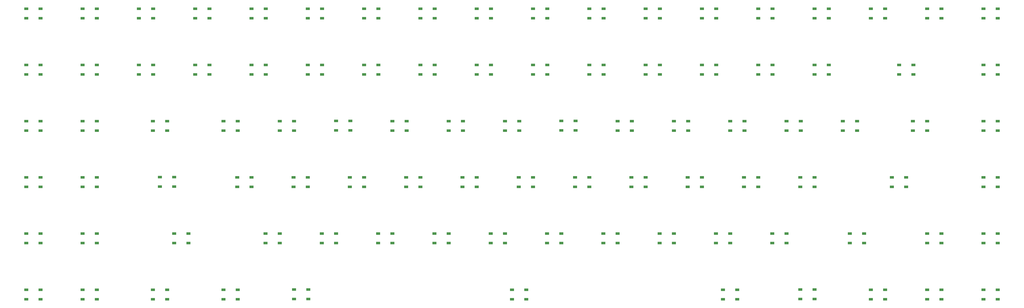
<source format=gbr>
G04 #@! TF.GenerationSoftware,KiCad,Pcbnew,(5.1.4)-1*
G04 #@! TF.CreationDate,2019-10-01T12:46:34+13:00*
G04 #@! TF.ProjectId,keyboard,6b657962-6f61-4726-942e-6b696361645f,rev?*
G04 #@! TF.SameCoordinates,Original*
G04 #@! TF.FileFunction,Paste,Top*
G04 #@! TF.FilePolarity,Positive*
%FSLAX46Y46*%
G04 Gerber Fmt 4.6, Leading zero omitted, Abs format (unit mm)*
G04 Created by KiCad (PCBNEW (5.1.4)-1) date 2019-10-01 12:46:34*
%MOMM*%
%LPD*%
G04 APERTURE LIST*
%ADD10R,1.350000X0.950000*%
G04 APERTURE END LIST*
D10*
X243980000Y7417000D03*
X243980000Y10617000D03*
X248780000Y10617000D03*
X248780000Y7417000D03*
X310756000Y105740000D03*
X310756000Y102540000D03*
X305956000Y102540000D03*
X305956000Y105740000D03*
X305956000Y83490000D03*
X305956000Y86690000D03*
X310756000Y86690000D03*
X310756000Y83490000D03*
X310756000Y67640000D03*
X310756000Y64440000D03*
X305956000Y64440000D03*
X305956000Y67640000D03*
X291706000Y105740000D03*
X291706000Y102540000D03*
X286906000Y102540000D03*
X286906000Y105740000D03*
X305956000Y45390000D03*
X305956000Y48590000D03*
X310756000Y48590000D03*
X310756000Y45390000D03*
X277381000Y83490000D03*
X277381000Y86690000D03*
X282181000Y86690000D03*
X282181000Y83490000D03*
X310756000Y29540000D03*
X310756000Y26340000D03*
X305956000Y26340000D03*
X305956000Y29540000D03*
X286880000Y67640000D03*
X286880000Y64440000D03*
X282080000Y64440000D03*
X282080000Y67640000D03*
X272656000Y105740000D03*
X272656000Y102540000D03*
X267856000Y102540000D03*
X267856000Y105740000D03*
X274968000Y45390000D03*
X274968000Y48590000D03*
X279768000Y48590000D03*
X279768000Y45390000D03*
X248806000Y83490000D03*
X248806000Y86690000D03*
X253606000Y86690000D03*
X253606000Y83490000D03*
X291706000Y29540000D03*
X291706000Y26340000D03*
X286906000Y26340000D03*
X286906000Y29540000D03*
X263131000Y67640000D03*
X263131000Y64440000D03*
X258331000Y64440000D03*
X258331000Y67640000D03*
X253606000Y105740000D03*
X253606000Y102540000D03*
X248806000Y102540000D03*
X248806000Y105740000D03*
X243980000Y45390000D03*
X243980000Y48590000D03*
X248780000Y48590000D03*
X248780000Y45390000D03*
X229756000Y83490000D03*
X229756000Y86690000D03*
X234556000Y86690000D03*
X234556000Y83490000D03*
X265544000Y29540000D03*
X265544000Y26340000D03*
X260744000Y26340000D03*
X260744000Y29540000D03*
X244081000Y67640000D03*
X244081000Y64440000D03*
X239281000Y64440000D03*
X239281000Y67640000D03*
X234556000Y105740000D03*
X234556000Y102540000D03*
X229756000Y102540000D03*
X229756000Y105740000D03*
X224930000Y45390000D03*
X224930000Y48590000D03*
X229730000Y48590000D03*
X229730000Y45390000D03*
X210706000Y83490000D03*
X210706000Y86690000D03*
X215506000Y86690000D03*
X215506000Y83490000D03*
X239255000Y29540000D03*
X239255000Y26340000D03*
X234455000Y26340000D03*
X234455000Y29540000D03*
X225031000Y67640000D03*
X225031000Y64440000D03*
X220231000Y64440000D03*
X220231000Y67640000D03*
X215506000Y105740000D03*
X215506000Y102540000D03*
X210706000Y102540000D03*
X210706000Y105740000D03*
X205880000Y45390000D03*
X205880000Y48590000D03*
X210680000Y48590000D03*
X210680000Y45390000D03*
X191656000Y83490000D03*
X191656000Y86690000D03*
X196456000Y86690000D03*
X196456000Y83490000D03*
X220205000Y29540000D03*
X220205000Y26340000D03*
X215405000Y26340000D03*
X215405000Y29540000D03*
X205981000Y67640000D03*
X205981000Y64440000D03*
X201181000Y64440000D03*
X201181000Y67640000D03*
X196456000Y105740000D03*
X196456000Y102540000D03*
X191656000Y102540000D03*
X191656000Y105740000D03*
X305956000Y7290000D03*
X305956000Y10490000D03*
X310756000Y10490000D03*
X310756000Y7290000D03*
X186830000Y45390000D03*
X186830000Y48590000D03*
X191630000Y48590000D03*
X191630000Y45390000D03*
X172606000Y83490000D03*
X172606000Y86690000D03*
X177406000Y86690000D03*
X177406000Y83490000D03*
X201155000Y29540000D03*
X201155000Y26340000D03*
X196355000Y26340000D03*
X196355000Y29540000D03*
X186931000Y67640000D03*
X186931000Y64440000D03*
X182131000Y64440000D03*
X182131000Y67640000D03*
X177406000Y105740000D03*
X177406000Y102540000D03*
X172606000Y102540000D03*
X172606000Y105740000D03*
X286906000Y7290000D03*
X286906000Y10490000D03*
X291706000Y10490000D03*
X291706000Y7290000D03*
X167780000Y45390000D03*
X167780000Y48590000D03*
X172580000Y48590000D03*
X172580000Y45390000D03*
X153556000Y83490000D03*
X153556000Y86690000D03*
X158356000Y86690000D03*
X158356000Y83490000D03*
X182105000Y29540000D03*
X182105000Y26340000D03*
X177305000Y26340000D03*
X177305000Y29540000D03*
X167881000Y67767000D03*
X167881000Y64567000D03*
X163081000Y64567000D03*
X163081000Y67767000D03*
X158356000Y105740000D03*
X158356000Y102540000D03*
X153556000Y102540000D03*
X153556000Y105740000D03*
X267856000Y7290000D03*
X267856000Y10490000D03*
X272656000Y10490000D03*
X272656000Y7290000D03*
X148730000Y45390000D03*
X148730000Y48590000D03*
X153530000Y48590000D03*
X153530000Y45390000D03*
X134506000Y83490000D03*
X134506000Y86690000D03*
X139306000Y86690000D03*
X139306000Y83490000D03*
X163055000Y29540000D03*
X163055000Y26340000D03*
X158255000Y26340000D03*
X158255000Y29540000D03*
X148831000Y67640000D03*
X148831000Y64440000D03*
X144031000Y64440000D03*
X144031000Y67640000D03*
X139306000Y105740000D03*
X139306000Y102540000D03*
X134506000Y102540000D03*
X134506000Y105740000D03*
X129680000Y45390000D03*
X129680000Y48590000D03*
X134480000Y48590000D03*
X134480000Y45390000D03*
X115456000Y83490000D03*
X115456000Y86690000D03*
X120256000Y86690000D03*
X120256000Y83490000D03*
X144005000Y29540000D03*
X144005000Y26340000D03*
X139205000Y26340000D03*
X139205000Y29540000D03*
X129781000Y67640000D03*
X129781000Y64440000D03*
X124981000Y64440000D03*
X124981000Y67640000D03*
X120256000Y105740000D03*
X120256000Y102540000D03*
X115456000Y102540000D03*
X115456000Y105740000D03*
X217818000Y7290000D03*
X217818000Y10490000D03*
X222618000Y10490000D03*
X222618000Y7290000D03*
X110630000Y45390000D03*
X110630000Y48590000D03*
X115430000Y48590000D03*
X115430000Y45390000D03*
X96406000Y83490000D03*
X96406000Y86690000D03*
X101206000Y86690000D03*
X101206000Y83490000D03*
X124955000Y29540000D03*
X124955000Y26340000D03*
X120155000Y26340000D03*
X120155000Y29540000D03*
X110731000Y67640000D03*
X110731000Y64440000D03*
X105931000Y64440000D03*
X105931000Y67640000D03*
X101206000Y105740000D03*
X101206000Y102540000D03*
X96406000Y102540000D03*
X96406000Y105740000D03*
X146444000Y7290000D03*
X146444000Y10490000D03*
X151244000Y10490000D03*
X151244000Y7290000D03*
X91580000Y45390000D03*
X91580000Y48590000D03*
X96380000Y48590000D03*
X96380000Y45390000D03*
X77356000Y83490000D03*
X77356000Y86690000D03*
X82156000Y86690000D03*
X82156000Y83490000D03*
X105905000Y29540000D03*
X105905000Y26340000D03*
X101105000Y26340000D03*
X101105000Y29540000D03*
X91681000Y67767000D03*
X91681000Y64567000D03*
X86881000Y64567000D03*
X86881000Y67767000D03*
X82156000Y105740000D03*
X82156000Y102540000D03*
X77356000Y102540000D03*
X77356000Y105740000D03*
X72657000Y7417000D03*
X72657000Y10617000D03*
X77457000Y10617000D03*
X77457000Y7417000D03*
X72530000Y45390000D03*
X72530000Y48590000D03*
X77330000Y48590000D03*
X77330000Y45390000D03*
X58306000Y83490000D03*
X58306000Y86690000D03*
X63106000Y86690000D03*
X63106000Y83490000D03*
X86855000Y29540000D03*
X86855000Y26340000D03*
X82055000Y26340000D03*
X82055000Y29540000D03*
X72631000Y67640000D03*
X72631000Y64440000D03*
X67831000Y64440000D03*
X67831000Y67640000D03*
X63106000Y105740000D03*
X63106000Y102540000D03*
X58306000Y102540000D03*
X58306000Y105740000D03*
X48781000Y7290000D03*
X48781000Y10490000D03*
X53581000Y10490000D03*
X53581000Y7290000D03*
X53480000Y45390000D03*
X53480000Y48590000D03*
X58280000Y48590000D03*
X58280000Y45390000D03*
X39256000Y83490000D03*
X39256000Y86690000D03*
X44056000Y86690000D03*
X44056000Y83490000D03*
X67805000Y29540000D03*
X67805000Y26340000D03*
X63005000Y26340000D03*
X63005000Y29540000D03*
X53581000Y67640000D03*
X53581000Y64440000D03*
X48781000Y64440000D03*
X48781000Y67640000D03*
X44056000Y105740000D03*
X44056000Y102540000D03*
X39256000Y102540000D03*
X39256000Y105740000D03*
X24905000Y7290000D03*
X24905000Y10490000D03*
X29705000Y10490000D03*
X29705000Y7290000D03*
X27318000Y45517000D03*
X27318000Y48717000D03*
X32118000Y48717000D03*
X32118000Y45517000D03*
X20206000Y83490000D03*
X20206000Y86690000D03*
X25006000Y86690000D03*
X25006000Y83490000D03*
X36944000Y29540000D03*
X36944000Y26340000D03*
X32144000Y26340000D03*
X32144000Y29540000D03*
X29705000Y67640000D03*
X29705000Y64440000D03*
X24905000Y64440000D03*
X24905000Y67640000D03*
X25006000Y105740000D03*
X25006000Y102540000D03*
X20206000Y102540000D03*
X20206000Y105740000D03*
X1156000Y7290000D03*
X1156000Y10490000D03*
X5956000Y10490000D03*
X5956000Y7290000D03*
X1156000Y45390000D03*
X1156000Y48590000D03*
X5956000Y48590000D03*
X5956000Y45390000D03*
X1156000Y83490000D03*
X1156000Y86690000D03*
X5956000Y86690000D03*
X5956000Y83490000D03*
X5956000Y29540000D03*
X5956000Y26340000D03*
X1156000Y26340000D03*
X1156000Y29540000D03*
X5956000Y67640000D03*
X5956000Y64440000D03*
X1156000Y64440000D03*
X1156000Y67640000D03*
X5956000Y105740000D03*
X5956000Y102540000D03*
X1156000Y102540000D03*
X1156000Y105740000D03*
X-17894000Y7290000D03*
X-17894000Y10490000D03*
X-13094000Y10490000D03*
X-13094000Y7290000D03*
X-17894000Y45390000D03*
X-17894000Y48590000D03*
X-13094000Y48590000D03*
X-13094000Y45390000D03*
X-17894000Y83490000D03*
X-17894000Y86690000D03*
X-13094000Y86690000D03*
X-13094000Y83490000D03*
X-13094000Y29540000D03*
X-13094000Y26340000D03*
X-17894000Y26340000D03*
X-17894000Y29540000D03*
X-13094000Y67640000D03*
X-13094000Y64440000D03*
X-17894000Y64440000D03*
X-17894000Y67640000D03*
X-13094000Y105740000D03*
X-13094000Y102540000D03*
X-17894000Y102540000D03*
X-17894000Y105740000D03*
M02*

</source>
